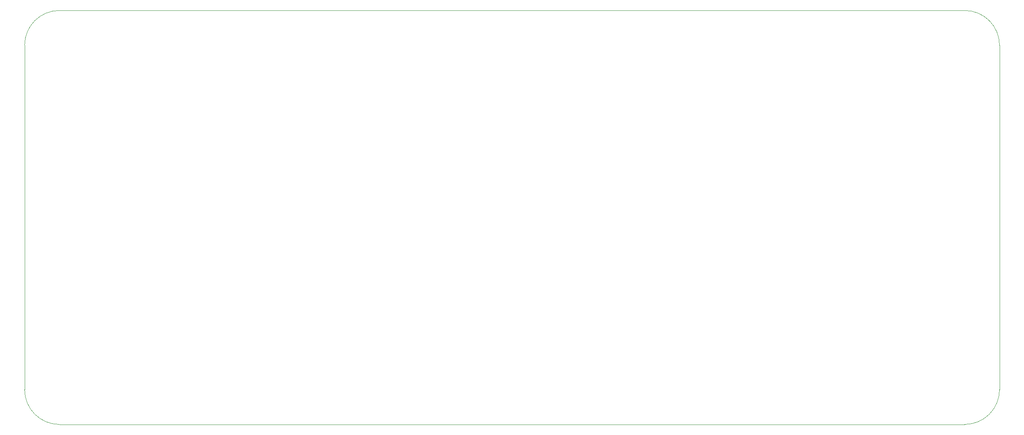
<source format=gbr>
%TF.GenerationSoftware,KiCad,Pcbnew,7.0.5*%
%TF.CreationDate,2024-10-03T13:21:03+03:00*%
%TF.ProjectId,pasive_balance_rev4,70617369-7665-45f6-9261-6c616e63655f,rev?*%
%TF.SameCoordinates,Original*%
%TF.FileFunction,Profile,NP*%
%FSLAX46Y46*%
G04 Gerber Fmt 4.6, Leading zero omitted, Abs format (unit mm)*
G04 Created by KiCad (PCBNEW 7.0.5) date 2024-10-03 13:21:03*
%MOMM*%
%LPD*%
G01*
G04 APERTURE LIST*
%TA.AperFunction,Profile*%
%ADD10C,0.100000*%
%TD*%
G04 APERTURE END LIST*
D10*
X247910007Y-59050393D02*
G75*
G03*
X240289993Y-51430393I-7620007J-7D01*
G01*
X34302607Y-59050393D02*
X34302607Y-134608392D01*
X41922607Y-51430397D02*
G75*
G03*
X34302607Y-59050393I13J-7620013D01*
G01*
X240289993Y-142228393D02*
G75*
G03*
X247909993Y-134608393I7J7619993D01*
G01*
X41922607Y-142228392D02*
X240289993Y-142228393D01*
X34302608Y-134608392D02*
G75*
G03*
X41922607Y-142228392I7619992J-8D01*
G01*
X247909993Y-134608393D02*
X247909993Y-59050393D01*
X240289993Y-51430393D02*
X41922607Y-51430393D01*
M02*

</source>
